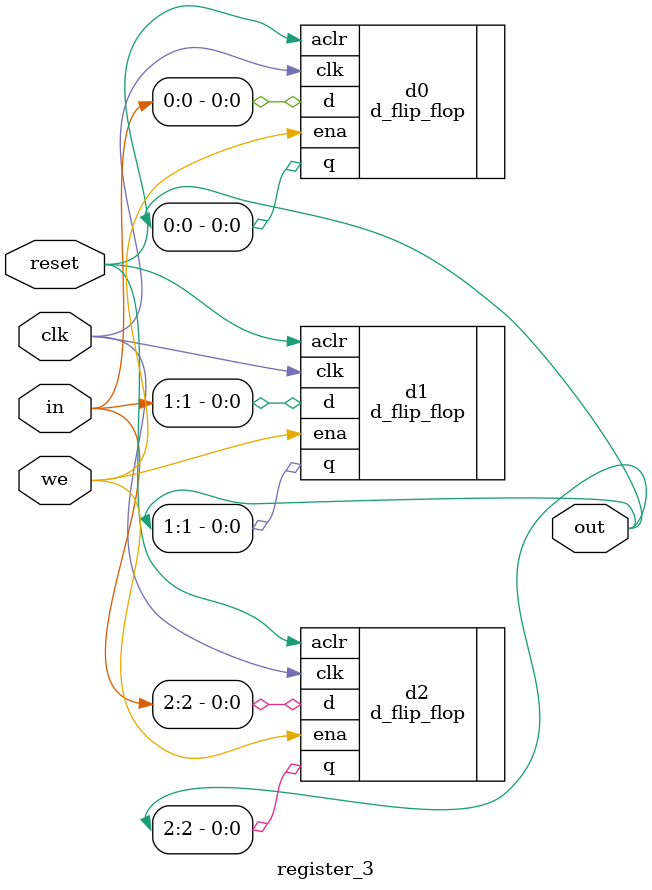
<source format=v>
module register_3 (in, clk,we, reset,out);

input [2:0]in;
input clk,we,reset;
output[2:0]out;

d_flip_flop d0(.d(in[0]), .aclr(reset),.clk(clk),.q(out[0]),.ena(we));
d_flip_flop d1(.d(in[1]), .aclr(reset),.clk(clk),.q(out[1]),.ena(we));
d_flip_flop d2(.d(in[2]), .aclr(reset),.clk(clk),.q(out[2]),.ena(we));

endmodule
</source>
